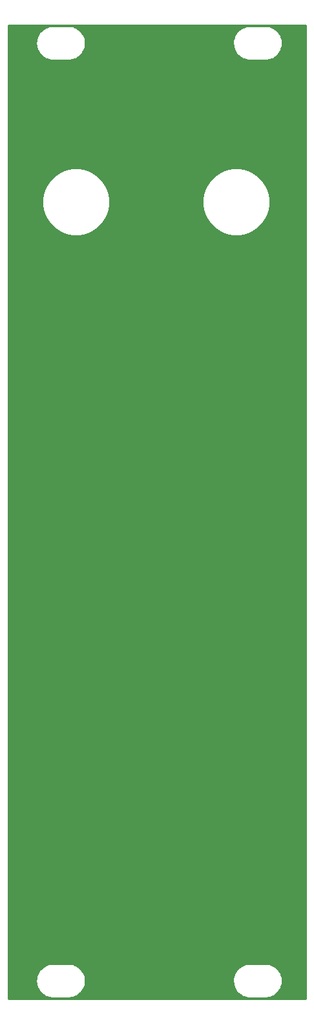
<source format=gbr>
G04 #@! TF.GenerationSoftware,KiCad,Pcbnew,(5.1.5-0)*
G04 #@! TF.CreationDate,2021-01-11T19:05:57-08:00*
G04 #@! TF.ProjectId,sloths,736c6f74-6873-42e6-9b69-6361645f7063,rev?*
G04 #@! TF.SameCoordinates,Original*
G04 #@! TF.FileFunction,Copper,L2,Bot*
G04 #@! TF.FilePolarity,Positive*
%FSLAX46Y46*%
G04 Gerber Fmt 4.6, Leading zero omitted, Abs format (unit mm)*
G04 Created by KiCad (PCBNEW (5.1.5-0)) date 2021-01-11 19:05:57*
%MOMM*%
%LPD*%
G04 APERTURE LIST*
%ADD10C,5.100000*%
%ADD11C,6.100000*%
%ADD12C,0.254000*%
G04 APERTURE END LIST*
D10*
X8250000Y-51000000D03*
X20250000Y-51000000D03*
X32250000Y-51000000D03*
D11*
X8250000Y-39000000D03*
X32250000Y-39000000D03*
X8250000Y-63000000D03*
X20250000Y-63000000D03*
X32250000Y-63000000D03*
X32250000Y-78000000D03*
X20250000Y-78000000D03*
X27500000Y-107750000D03*
X13250000Y-108000000D03*
X8250000Y-78000000D03*
X8250000Y-93000000D03*
X32250000Y-93000000D03*
X20250000Y-93000000D03*
D12*
G36*
X39640001Y-127840000D02*
G01*
X660000Y-127840000D01*
X660000Y-125451353D01*
X4242755Y-125451353D01*
X4243173Y-125511171D01*
X4242755Y-125570988D01*
X4243655Y-125580160D01*
X4276296Y-125890715D01*
X4288320Y-125949291D01*
X4299532Y-126008070D01*
X4302196Y-126016892D01*
X4394535Y-126315192D01*
X4417715Y-126370335D01*
X4440124Y-126425800D01*
X4444451Y-126433937D01*
X4592972Y-126708621D01*
X4626417Y-126758205D01*
X4659177Y-126808268D01*
X4665001Y-126815409D01*
X4864047Y-127056013D01*
X4906482Y-127098154D01*
X4948346Y-127140903D01*
X4955446Y-127146777D01*
X5197435Y-127344138D01*
X5247259Y-127377241D01*
X5296615Y-127411036D01*
X5304721Y-127415419D01*
X5580435Y-127562019D01*
X5635704Y-127584799D01*
X5690724Y-127608381D01*
X5699527Y-127611105D01*
X5998465Y-127701359D01*
X6057138Y-127712976D01*
X6115655Y-127725415D01*
X6124820Y-127726378D01*
X6435594Y-127756850D01*
X6435598Y-127756850D01*
X6467581Y-127760000D01*
X8532419Y-127760000D01*
X8565986Y-127756694D01*
X8586744Y-127756694D01*
X8595909Y-127755731D01*
X8906228Y-127720923D01*
X8964731Y-127708487D01*
X9023419Y-127696867D01*
X9032222Y-127694142D01*
X9329870Y-127599723D01*
X9384792Y-127576183D01*
X9440159Y-127553363D01*
X9448265Y-127548979D01*
X9721904Y-127398544D01*
X9771217Y-127364779D01*
X9821088Y-127331645D01*
X9828188Y-127325770D01*
X10067397Y-127125049D01*
X10109241Y-127082320D01*
X10151694Y-127040162D01*
X10157519Y-127033020D01*
X10353185Y-126789660D01*
X10385938Y-126739608D01*
X10419391Y-126690013D01*
X10423714Y-126681881D01*
X10423717Y-126681877D01*
X10423719Y-126681873D01*
X10568388Y-126405146D01*
X10590785Y-126349711D01*
X10613978Y-126294539D01*
X10616641Y-126285717D01*
X10704807Y-125986156D01*
X10716007Y-125927440D01*
X10728045Y-125868798D01*
X10728944Y-125859627D01*
X10757245Y-125548647D01*
X10756827Y-125488830D01*
X10757088Y-125451353D01*
X30042755Y-125451353D01*
X30043173Y-125511171D01*
X30042755Y-125570988D01*
X30043655Y-125580160D01*
X30076296Y-125890715D01*
X30088320Y-125949291D01*
X30099532Y-126008070D01*
X30102196Y-126016892D01*
X30194535Y-126315192D01*
X30217715Y-126370335D01*
X30240124Y-126425800D01*
X30244451Y-126433937D01*
X30392972Y-126708621D01*
X30426417Y-126758205D01*
X30459177Y-126808268D01*
X30465001Y-126815409D01*
X30664047Y-127056013D01*
X30706482Y-127098154D01*
X30748346Y-127140903D01*
X30755446Y-127146777D01*
X30997435Y-127344138D01*
X31047259Y-127377241D01*
X31096615Y-127411036D01*
X31104721Y-127415419D01*
X31380435Y-127562019D01*
X31435704Y-127584799D01*
X31490724Y-127608381D01*
X31499527Y-127611105D01*
X31798465Y-127701359D01*
X31857138Y-127712976D01*
X31915655Y-127725415D01*
X31924820Y-127726378D01*
X32235594Y-127756850D01*
X32235598Y-127756850D01*
X32267581Y-127760000D01*
X34332419Y-127760000D01*
X34365986Y-127756694D01*
X34386744Y-127756694D01*
X34395909Y-127755731D01*
X34706228Y-127720923D01*
X34764731Y-127708487D01*
X34823419Y-127696867D01*
X34832222Y-127694142D01*
X35129870Y-127599723D01*
X35184792Y-127576183D01*
X35240159Y-127553363D01*
X35248265Y-127548979D01*
X35521904Y-127398544D01*
X35571217Y-127364779D01*
X35621088Y-127331645D01*
X35628188Y-127325770D01*
X35867397Y-127125049D01*
X35909241Y-127082320D01*
X35951694Y-127040162D01*
X35957519Y-127033020D01*
X36153185Y-126789660D01*
X36185938Y-126739608D01*
X36219391Y-126690013D01*
X36223714Y-126681881D01*
X36223717Y-126681877D01*
X36223719Y-126681873D01*
X36368388Y-126405146D01*
X36390785Y-126349711D01*
X36413978Y-126294539D01*
X36416641Y-126285717D01*
X36504807Y-125986156D01*
X36516007Y-125927440D01*
X36528045Y-125868798D01*
X36528944Y-125859627D01*
X36557245Y-125548647D01*
X36556827Y-125488829D01*
X36557245Y-125429012D01*
X36556345Y-125419841D01*
X36523704Y-125109285D01*
X36511680Y-125050709D01*
X36500468Y-124991930D01*
X36497804Y-124983108D01*
X36405465Y-124684808D01*
X36382280Y-124629653D01*
X36359876Y-124574200D01*
X36355549Y-124566064D01*
X36355549Y-124566063D01*
X36355546Y-124566059D01*
X36207028Y-124291379D01*
X36173583Y-124241795D01*
X36140823Y-124191732D01*
X36134999Y-124184591D01*
X35935954Y-123943987D01*
X35893535Y-123901863D01*
X35851655Y-123859097D01*
X35844554Y-123853223D01*
X35602565Y-123655862D01*
X35552741Y-123622759D01*
X35503385Y-123588964D01*
X35495279Y-123584581D01*
X35219566Y-123437981D01*
X35164269Y-123415189D01*
X35109275Y-123391619D01*
X35100472Y-123388895D01*
X34801535Y-123298641D01*
X34742862Y-123287024D01*
X34684345Y-123274585D01*
X34675180Y-123273622D01*
X34364405Y-123243150D01*
X34364402Y-123243150D01*
X34332419Y-123240000D01*
X32267581Y-123240000D01*
X32234014Y-123243306D01*
X32213256Y-123243306D01*
X32204091Y-123244269D01*
X31893771Y-123279077D01*
X31835298Y-123291506D01*
X31776581Y-123303132D01*
X31767778Y-123305858D01*
X31470130Y-123400277D01*
X31415147Y-123423843D01*
X31359841Y-123446638D01*
X31351735Y-123451021D01*
X31078095Y-123601456D01*
X31028748Y-123635245D01*
X30978913Y-123668355D01*
X30971812Y-123674229D01*
X30732603Y-123874951D01*
X30690759Y-123917681D01*
X30648305Y-123959839D01*
X30642481Y-123966980D01*
X30446814Y-124210340D01*
X30414055Y-124260400D01*
X30380609Y-124309986D01*
X30376283Y-124318123D01*
X30231612Y-124594854D01*
X30209215Y-124650289D01*
X30186022Y-124705461D01*
X30183359Y-124714283D01*
X30095193Y-125013844D01*
X30083993Y-125072560D01*
X30071955Y-125131202D01*
X30071056Y-125140373D01*
X30042755Y-125451353D01*
X10757088Y-125451353D01*
X10757245Y-125429012D01*
X10756345Y-125419841D01*
X10723704Y-125109285D01*
X10711680Y-125050709D01*
X10700468Y-124991930D01*
X10697804Y-124983108D01*
X10605465Y-124684808D01*
X10582280Y-124629653D01*
X10559876Y-124574200D01*
X10555549Y-124566064D01*
X10555549Y-124566063D01*
X10555546Y-124566059D01*
X10407028Y-124291379D01*
X10373583Y-124241795D01*
X10340823Y-124191732D01*
X10334999Y-124184591D01*
X10135954Y-123943987D01*
X10093535Y-123901863D01*
X10051655Y-123859097D01*
X10044554Y-123853223D01*
X9802565Y-123655862D01*
X9752741Y-123622759D01*
X9703385Y-123588964D01*
X9695279Y-123584581D01*
X9419566Y-123437981D01*
X9364269Y-123415189D01*
X9309275Y-123391619D01*
X9300472Y-123388895D01*
X9001535Y-123298641D01*
X8942862Y-123287024D01*
X8884345Y-123274585D01*
X8875180Y-123273622D01*
X8564405Y-123243150D01*
X8564402Y-123243150D01*
X8532419Y-123240000D01*
X6467581Y-123240000D01*
X6434014Y-123243306D01*
X6413256Y-123243306D01*
X6404091Y-123244269D01*
X6093771Y-123279077D01*
X6035298Y-123291506D01*
X5976581Y-123303132D01*
X5967778Y-123305858D01*
X5670130Y-123400277D01*
X5615147Y-123423843D01*
X5559841Y-123446638D01*
X5551735Y-123451021D01*
X5278095Y-123601456D01*
X5228748Y-123635245D01*
X5178913Y-123668355D01*
X5171812Y-123674229D01*
X4932603Y-123874951D01*
X4890759Y-123917681D01*
X4848305Y-123959839D01*
X4842481Y-123966980D01*
X4646814Y-124210340D01*
X4614055Y-124260400D01*
X4580609Y-124309986D01*
X4576283Y-124318123D01*
X4431612Y-124594854D01*
X4409215Y-124650289D01*
X4386022Y-124705461D01*
X4383359Y-124714283D01*
X4295193Y-125013844D01*
X4283993Y-125072560D01*
X4271955Y-125131202D01*
X4271056Y-125140373D01*
X4242755Y-125451353D01*
X660000Y-125451353D01*
X660000Y-23315784D01*
X5091332Y-23315784D01*
X5091332Y-24184216D01*
X5260754Y-25035961D01*
X5593089Y-25838288D01*
X6075564Y-26560362D01*
X6689638Y-27174436D01*
X7411712Y-27656911D01*
X8214039Y-27989246D01*
X9065784Y-28158668D01*
X9934216Y-28158668D01*
X10785961Y-27989246D01*
X11588288Y-27656911D01*
X12310362Y-27174436D01*
X12924436Y-26560362D01*
X13406911Y-25838288D01*
X13739246Y-25035961D01*
X13908668Y-24184216D01*
X13908668Y-23315784D01*
X26091332Y-23315784D01*
X26091332Y-24184216D01*
X26260754Y-25035961D01*
X26593089Y-25838288D01*
X27075564Y-26560362D01*
X27689638Y-27174436D01*
X28411712Y-27656911D01*
X29214039Y-27989246D01*
X30065784Y-28158668D01*
X30934216Y-28158668D01*
X31785961Y-27989246D01*
X32588288Y-27656911D01*
X33310362Y-27174436D01*
X33924436Y-26560362D01*
X34406911Y-25838288D01*
X34739246Y-25035961D01*
X34908668Y-24184216D01*
X34908668Y-23315784D01*
X34739246Y-22464039D01*
X34406911Y-21661712D01*
X33924436Y-20939638D01*
X33310362Y-20325564D01*
X32588288Y-19843089D01*
X31785961Y-19510754D01*
X30934216Y-19341332D01*
X30065784Y-19341332D01*
X29214039Y-19510754D01*
X28411712Y-19843089D01*
X27689638Y-20325564D01*
X27075564Y-20939638D01*
X26593089Y-21661712D01*
X26260754Y-22464039D01*
X26091332Y-23315784D01*
X13908668Y-23315784D01*
X13739246Y-22464039D01*
X13406911Y-21661712D01*
X12924436Y-20939638D01*
X12310362Y-20325564D01*
X11588288Y-19843089D01*
X10785961Y-19510754D01*
X9934216Y-19341332D01*
X9065784Y-19341332D01*
X8214039Y-19510754D01*
X7411712Y-19843089D01*
X6689638Y-20325564D01*
X6075564Y-20939638D01*
X5593089Y-21661712D01*
X5260754Y-22464039D01*
X5091332Y-23315784D01*
X660000Y-23315784D01*
X660000Y-2951353D01*
X4242755Y-2951353D01*
X4243173Y-3011171D01*
X4242755Y-3070988D01*
X4243655Y-3080160D01*
X4276296Y-3390715D01*
X4288320Y-3449291D01*
X4299532Y-3508070D01*
X4302196Y-3516892D01*
X4394535Y-3815192D01*
X4417715Y-3870335D01*
X4440124Y-3925800D01*
X4444451Y-3933937D01*
X4592972Y-4208621D01*
X4626417Y-4258205D01*
X4659177Y-4308268D01*
X4665001Y-4315409D01*
X4864047Y-4556013D01*
X4906482Y-4598154D01*
X4948346Y-4640903D01*
X4955446Y-4646777D01*
X5197435Y-4844138D01*
X5247259Y-4877241D01*
X5296615Y-4911036D01*
X5304721Y-4915419D01*
X5580435Y-5062019D01*
X5635704Y-5084799D01*
X5690724Y-5108381D01*
X5699527Y-5111105D01*
X5998465Y-5201359D01*
X6057138Y-5212976D01*
X6115655Y-5225415D01*
X6124820Y-5226378D01*
X6435594Y-5256850D01*
X6435598Y-5256850D01*
X6467581Y-5260000D01*
X8532419Y-5260000D01*
X8565986Y-5256694D01*
X8586744Y-5256694D01*
X8595909Y-5255731D01*
X8906228Y-5220923D01*
X8964731Y-5208487D01*
X9023419Y-5196867D01*
X9032222Y-5194142D01*
X9329870Y-5099723D01*
X9384792Y-5076183D01*
X9440159Y-5053363D01*
X9448265Y-5048979D01*
X9721904Y-4898544D01*
X9771217Y-4864779D01*
X9821088Y-4831645D01*
X9828188Y-4825770D01*
X10067397Y-4625049D01*
X10109241Y-4582320D01*
X10151694Y-4540162D01*
X10157519Y-4533020D01*
X10353185Y-4289660D01*
X10385938Y-4239608D01*
X10419391Y-4190013D01*
X10423714Y-4181881D01*
X10423717Y-4181877D01*
X10423719Y-4181873D01*
X10568388Y-3905146D01*
X10590785Y-3849711D01*
X10613978Y-3794539D01*
X10616641Y-3785717D01*
X10704807Y-3486156D01*
X10716007Y-3427440D01*
X10728045Y-3368798D01*
X10728944Y-3359627D01*
X10757245Y-3048647D01*
X10756827Y-2988830D01*
X10757088Y-2951353D01*
X30042755Y-2951353D01*
X30043173Y-3011171D01*
X30042755Y-3070988D01*
X30043655Y-3080160D01*
X30076296Y-3390715D01*
X30088320Y-3449291D01*
X30099532Y-3508070D01*
X30102196Y-3516892D01*
X30194535Y-3815192D01*
X30217715Y-3870335D01*
X30240124Y-3925800D01*
X30244451Y-3933937D01*
X30392972Y-4208621D01*
X30426417Y-4258205D01*
X30459177Y-4308268D01*
X30465001Y-4315409D01*
X30664047Y-4556013D01*
X30706482Y-4598154D01*
X30748346Y-4640903D01*
X30755446Y-4646777D01*
X30997435Y-4844138D01*
X31047259Y-4877241D01*
X31096615Y-4911036D01*
X31104721Y-4915419D01*
X31380435Y-5062019D01*
X31435704Y-5084799D01*
X31490724Y-5108381D01*
X31499527Y-5111105D01*
X31798465Y-5201359D01*
X31857138Y-5212976D01*
X31915655Y-5225415D01*
X31924820Y-5226378D01*
X32235594Y-5256850D01*
X32235598Y-5256850D01*
X32267581Y-5260000D01*
X34332419Y-5260000D01*
X34365986Y-5256694D01*
X34386744Y-5256694D01*
X34395909Y-5255731D01*
X34706228Y-5220923D01*
X34764731Y-5208487D01*
X34823419Y-5196867D01*
X34832222Y-5194142D01*
X35129870Y-5099723D01*
X35184792Y-5076183D01*
X35240159Y-5053363D01*
X35248265Y-5048979D01*
X35521904Y-4898544D01*
X35571217Y-4864779D01*
X35621088Y-4831645D01*
X35628188Y-4825770D01*
X35867397Y-4625049D01*
X35909241Y-4582320D01*
X35951694Y-4540162D01*
X35957519Y-4533020D01*
X36153185Y-4289660D01*
X36185938Y-4239608D01*
X36219391Y-4190013D01*
X36223714Y-4181881D01*
X36223717Y-4181877D01*
X36223719Y-4181873D01*
X36368388Y-3905146D01*
X36390785Y-3849711D01*
X36413978Y-3794539D01*
X36416641Y-3785717D01*
X36504807Y-3486156D01*
X36516007Y-3427440D01*
X36528045Y-3368798D01*
X36528944Y-3359627D01*
X36557245Y-3048647D01*
X36556827Y-2988829D01*
X36557245Y-2929012D01*
X36556345Y-2919841D01*
X36523704Y-2609285D01*
X36511680Y-2550709D01*
X36500468Y-2491930D01*
X36497804Y-2483108D01*
X36405465Y-2184808D01*
X36382280Y-2129653D01*
X36359876Y-2074200D01*
X36355549Y-2066064D01*
X36355549Y-2066063D01*
X36355546Y-2066059D01*
X36207028Y-1791379D01*
X36173583Y-1741795D01*
X36140823Y-1691732D01*
X36134999Y-1684591D01*
X35935954Y-1443987D01*
X35893535Y-1401863D01*
X35851655Y-1359097D01*
X35844554Y-1353223D01*
X35602565Y-1155862D01*
X35552741Y-1122759D01*
X35503385Y-1088964D01*
X35495279Y-1084581D01*
X35219566Y-937981D01*
X35164269Y-915189D01*
X35109275Y-891619D01*
X35100472Y-888895D01*
X34801535Y-798641D01*
X34742862Y-787024D01*
X34684345Y-774585D01*
X34675180Y-773622D01*
X34364405Y-743150D01*
X34364402Y-743150D01*
X34332419Y-740000D01*
X32267581Y-740000D01*
X32234014Y-743306D01*
X32213256Y-743306D01*
X32204091Y-744269D01*
X31893771Y-779077D01*
X31835298Y-791506D01*
X31776581Y-803132D01*
X31767778Y-805858D01*
X31470130Y-900277D01*
X31415147Y-923843D01*
X31359841Y-946638D01*
X31351735Y-951021D01*
X31078095Y-1101456D01*
X31028748Y-1135245D01*
X30978913Y-1168355D01*
X30971812Y-1174229D01*
X30732603Y-1374951D01*
X30690759Y-1417681D01*
X30648305Y-1459839D01*
X30642481Y-1466980D01*
X30446814Y-1710340D01*
X30414055Y-1760400D01*
X30380609Y-1809986D01*
X30376283Y-1818123D01*
X30231612Y-2094854D01*
X30209215Y-2150289D01*
X30186022Y-2205461D01*
X30183359Y-2214283D01*
X30095193Y-2513844D01*
X30083993Y-2572560D01*
X30071955Y-2631202D01*
X30071056Y-2640373D01*
X30042755Y-2951353D01*
X10757088Y-2951353D01*
X10757245Y-2929012D01*
X10756345Y-2919841D01*
X10723704Y-2609285D01*
X10711680Y-2550709D01*
X10700468Y-2491930D01*
X10697804Y-2483108D01*
X10605465Y-2184808D01*
X10582280Y-2129653D01*
X10559876Y-2074200D01*
X10555549Y-2066064D01*
X10555549Y-2066063D01*
X10555546Y-2066059D01*
X10407028Y-1791379D01*
X10373583Y-1741795D01*
X10340823Y-1691732D01*
X10334999Y-1684591D01*
X10135954Y-1443987D01*
X10093535Y-1401863D01*
X10051655Y-1359097D01*
X10044554Y-1353223D01*
X9802565Y-1155862D01*
X9752741Y-1122759D01*
X9703385Y-1088964D01*
X9695279Y-1084581D01*
X9419566Y-937981D01*
X9364269Y-915189D01*
X9309275Y-891619D01*
X9300472Y-888895D01*
X9001535Y-798641D01*
X8942862Y-787024D01*
X8884345Y-774585D01*
X8875180Y-773622D01*
X8564405Y-743150D01*
X8564402Y-743150D01*
X8532419Y-740000D01*
X6467581Y-740000D01*
X6434014Y-743306D01*
X6413256Y-743306D01*
X6404091Y-744269D01*
X6093771Y-779077D01*
X6035298Y-791506D01*
X5976581Y-803132D01*
X5967778Y-805858D01*
X5670130Y-900277D01*
X5615147Y-923843D01*
X5559841Y-946638D01*
X5551735Y-951021D01*
X5278095Y-1101456D01*
X5228748Y-1135245D01*
X5178913Y-1168355D01*
X5171812Y-1174229D01*
X4932603Y-1374951D01*
X4890759Y-1417681D01*
X4848305Y-1459839D01*
X4842481Y-1466980D01*
X4646814Y-1710340D01*
X4614055Y-1760400D01*
X4580609Y-1809986D01*
X4576283Y-1818123D01*
X4431612Y-2094854D01*
X4409215Y-2150289D01*
X4386022Y-2205461D01*
X4383359Y-2214283D01*
X4295193Y-2513844D01*
X4283993Y-2572560D01*
X4271955Y-2631202D01*
X4271056Y-2640373D01*
X4242755Y-2951353D01*
X660000Y-2951353D01*
X660000Y-660000D01*
X39640000Y-660000D01*
X39640001Y-127840000D01*
G37*
X39640001Y-127840000D02*
X660000Y-127840000D01*
X660000Y-125451353D01*
X4242755Y-125451353D01*
X4243173Y-125511171D01*
X4242755Y-125570988D01*
X4243655Y-125580160D01*
X4276296Y-125890715D01*
X4288320Y-125949291D01*
X4299532Y-126008070D01*
X4302196Y-126016892D01*
X4394535Y-126315192D01*
X4417715Y-126370335D01*
X4440124Y-126425800D01*
X4444451Y-126433937D01*
X4592972Y-126708621D01*
X4626417Y-126758205D01*
X4659177Y-126808268D01*
X4665001Y-126815409D01*
X4864047Y-127056013D01*
X4906482Y-127098154D01*
X4948346Y-127140903D01*
X4955446Y-127146777D01*
X5197435Y-127344138D01*
X5247259Y-127377241D01*
X5296615Y-127411036D01*
X5304721Y-127415419D01*
X5580435Y-127562019D01*
X5635704Y-127584799D01*
X5690724Y-127608381D01*
X5699527Y-127611105D01*
X5998465Y-127701359D01*
X6057138Y-127712976D01*
X6115655Y-127725415D01*
X6124820Y-127726378D01*
X6435594Y-127756850D01*
X6435598Y-127756850D01*
X6467581Y-127760000D01*
X8532419Y-127760000D01*
X8565986Y-127756694D01*
X8586744Y-127756694D01*
X8595909Y-127755731D01*
X8906228Y-127720923D01*
X8964731Y-127708487D01*
X9023419Y-127696867D01*
X9032222Y-127694142D01*
X9329870Y-127599723D01*
X9384792Y-127576183D01*
X9440159Y-127553363D01*
X9448265Y-127548979D01*
X9721904Y-127398544D01*
X9771217Y-127364779D01*
X9821088Y-127331645D01*
X9828188Y-127325770D01*
X10067397Y-127125049D01*
X10109241Y-127082320D01*
X10151694Y-127040162D01*
X10157519Y-127033020D01*
X10353185Y-126789660D01*
X10385938Y-126739608D01*
X10419391Y-126690013D01*
X10423714Y-126681881D01*
X10423717Y-126681877D01*
X10423719Y-126681873D01*
X10568388Y-126405146D01*
X10590785Y-126349711D01*
X10613978Y-126294539D01*
X10616641Y-126285717D01*
X10704807Y-125986156D01*
X10716007Y-125927440D01*
X10728045Y-125868798D01*
X10728944Y-125859627D01*
X10757245Y-125548647D01*
X10756827Y-125488830D01*
X10757088Y-125451353D01*
X30042755Y-125451353D01*
X30043173Y-125511171D01*
X30042755Y-125570988D01*
X30043655Y-125580160D01*
X30076296Y-125890715D01*
X30088320Y-125949291D01*
X30099532Y-126008070D01*
X30102196Y-126016892D01*
X30194535Y-126315192D01*
X30217715Y-126370335D01*
X30240124Y-126425800D01*
X30244451Y-126433937D01*
X30392972Y-126708621D01*
X30426417Y-126758205D01*
X30459177Y-126808268D01*
X30465001Y-126815409D01*
X30664047Y-127056013D01*
X30706482Y-127098154D01*
X30748346Y-127140903D01*
X30755446Y-127146777D01*
X30997435Y-127344138D01*
X31047259Y-127377241D01*
X31096615Y-127411036D01*
X31104721Y-127415419D01*
X31380435Y-127562019D01*
X31435704Y-127584799D01*
X31490724Y-127608381D01*
X31499527Y-127611105D01*
X31798465Y-127701359D01*
X31857138Y-127712976D01*
X31915655Y-127725415D01*
X31924820Y-127726378D01*
X32235594Y-127756850D01*
X32235598Y-127756850D01*
X32267581Y-127760000D01*
X34332419Y-127760000D01*
X34365986Y-127756694D01*
X34386744Y-127756694D01*
X34395909Y-127755731D01*
X34706228Y-127720923D01*
X34764731Y-127708487D01*
X34823419Y-127696867D01*
X34832222Y-127694142D01*
X35129870Y-127599723D01*
X35184792Y-127576183D01*
X35240159Y-127553363D01*
X35248265Y-127548979D01*
X35521904Y-127398544D01*
X35571217Y-127364779D01*
X35621088Y-127331645D01*
X35628188Y-127325770D01*
X35867397Y-127125049D01*
X35909241Y-127082320D01*
X35951694Y-127040162D01*
X35957519Y-127033020D01*
X36153185Y-126789660D01*
X36185938Y-126739608D01*
X36219391Y-126690013D01*
X36223714Y-126681881D01*
X36223717Y-126681877D01*
X36223719Y-126681873D01*
X36368388Y-126405146D01*
X36390785Y-126349711D01*
X36413978Y-126294539D01*
X36416641Y-126285717D01*
X36504807Y-125986156D01*
X36516007Y-125927440D01*
X36528045Y-125868798D01*
X36528944Y-125859627D01*
X36557245Y-125548647D01*
X36556827Y-125488829D01*
X36557245Y-125429012D01*
X36556345Y-125419841D01*
X36523704Y-125109285D01*
X36511680Y-125050709D01*
X36500468Y-124991930D01*
X36497804Y-124983108D01*
X36405465Y-124684808D01*
X36382280Y-124629653D01*
X36359876Y-124574200D01*
X36355549Y-124566064D01*
X36355549Y-124566063D01*
X36355546Y-124566059D01*
X36207028Y-124291379D01*
X36173583Y-124241795D01*
X36140823Y-124191732D01*
X36134999Y-124184591D01*
X35935954Y-123943987D01*
X35893535Y-123901863D01*
X35851655Y-123859097D01*
X35844554Y-123853223D01*
X35602565Y-123655862D01*
X35552741Y-123622759D01*
X35503385Y-123588964D01*
X35495279Y-123584581D01*
X35219566Y-123437981D01*
X35164269Y-123415189D01*
X35109275Y-123391619D01*
X35100472Y-123388895D01*
X34801535Y-123298641D01*
X34742862Y-123287024D01*
X34684345Y-123274585D01*
X34675180Y-123273622D01*
X34364405Y-123243150D01*
X34364402Y-123243150D01*
X34332419Y-123240000D01*
X32267581Y-123240000D01*
X32234014Y-123243306D01*
X32213256Y-123243306D01*
X32204091Y-123244269D01*
X31893771Y-123279077D01*
X31835298Y-123291506D01*
X31776581Y-123303132D01*
X31767778Y-123305858D01*
X31470130Y-123400277D01*
X31415147Y-123423843D01*
X31359841Y-123446638D01*
X31351735Y-123451021D01*
X31078095Y-123601456D01*
X31028748Y-123635245D01*
X30978913Y-123668355D01*
X30971812Y-123674229D01*
X30732603Y-123874951D01*
X30690759Y-123917681D01*
X30648305Y-123959839D01*
X30642481Y-123966980D01*
X30446814Y-124210340D01*
X30414055Y-124260400D01*
X30380609Y-124309986D01*
X30376283Y-124318123D01*
X30231612Y-124594854D01*
X30209215Y-124650289D01*
X30186022Y-124705461D01*
X30183359Y-124714283D01*
X30095193Y-125013844D01*
X30083993Y-125072560D01*
X30071955Y-125131202D01*
X30071056Y-125140373D01*
X30042755Y-125451353D01*
X10757088Y-125451353D01*
X10757245Y-125429012D01*
X10756345Y-125419841D01*
X10723704Y-125109285D01*
X10711680Y-125050709D01*
X10700468Y-124991930D01*
X10697804Y-124983108D01*
X10605465Y-124684808D01*
X10582280Y-124629653D01*
X10559876Y-124574200D01*
X10555549Y-124566064D01*
X10555549Y-124566063D01*
X10555546Y-124566059D01*
X10407028Y-124291379D01*
X10373583Y-124241795D01*
X10340823Y-124191732D01*
X10334999Y-124184591D01*
X10135954Y-123943987D01*
X10093535Y-123901863D01*
X10051655Y-123859097D01*
X10044554Y-123853223D01*
X9802565Y-123655862D01*
X9752741Y-123622759D01*
X9703385Y-123588964D01*
X9695279Y-123584581D01*
X9419566Y-123437981D01*
X9364269Y-123415189D01*
X9309275Y-123391619D01*
X9300472Y-123388895D01*
X9001535Y-123298641D01*
X8942862Y-123287024D01*
X8884345Y-123274585D01*
X8875180Y-123273622D01*
X8564405Y-123243150D01*
X8564402Y-123243150D01*
X8532419Y-123240000D01*
X6467581Y-123240000D01*
X6434014Y-123243306D01*
X6413256Y-123243306D01*
X6404091Y-123244269D01*
X6093771Y-123279077D01*
X6035298Y-123291506D01*
X5976581Y-123303132D01*
X5967778Y-123305858D01*
X5670130Y-123400277D01*
X5615147Y-123423843D01*
X5559841Y-123446638D01*
X5551735Y-123451021D01*
X5278095Y-123601456D01*
X5228748Y-123635245D01*
X5178913Y-123668355D01*
X5171812Y-123674229D01*
X4932603Y-123874951D01*
X4890759Y-123917681D01*
X4848305Y-123959839D01*
X4842481Y-123966980D01*
X4646814Y-124210340D01*
X4614055Y-124260400D01*
X4580609Y-124309986D01*
X4576283Y-124318123D01*
X4431612Y-124594854D01*
X4409215Y-124650289D01*
X4386022Y-124705461D01*
X4383359Y-124714283D01*
X4295193Y-125013844D01*
X4283993Y-125072560D01*
X4271955Y-125131202D01*
X4271056Y-125140373D01*
X4242755Y-125451353D01*
X660000Y-125451353D01*
X660000Y-23315784D01*
X5091332Y-23315784D01*
X5091332Y-24184216D01*
X5260754Y-25035961D01*
X5593089Y-25838288D01*
X6075564Y-26560362D01*
X6689638Y-27174436D01*
X7411712Y-27656911D01*
X8214039Y-27989246D01*
X9065784Y-28158668D01*
X9934216Y-28158668D01*
X10785961Y-27989246D01*
X11588288Y-27656911D01*
X12310362Y-27174436D01*
X12924436Y-26560362D01*
X13406911Y-25838288D01*
X13739246Y-25035961D01*
X13908668Y-24184216D01*
X13908668Y-23315784D01*
X26091332Y-23315784D01*
X26091332Y-24184216D01*
X26260754Y-25035961D01*
X26593089Y-25838288D01*
X27075564Y-26560362D01*
X27689638Y-27174436D01*
X28411712Y-27656911D01*
X29214039Y-27989246D01*
X30065784Y-28158668D01*
X30934216Y-28158668D01*
X31785961Y-27989246D01*
X32588288Y-27656911D01*
X33310362Y-27174436D01*
X33924436Y-26560362D01*
X34406911Y-25838288D01*
X34739246Y-25035961D01*
X34908668Y-24184216D01*
X34908668Y-23315784D01*
X34739246Y-22464039D01*
X34406911Y-21661712D01*
X33924436Y-20939638D01*
X33310362Y-20325564D01*
X32588288Y-19843089D01*
X31785961Y-19510754D01*
X30934216Y-19341332D01*
X30065784Y-19341332D01*
X29214039Y-19510754D01*
X28411712Y-19843089D01*
X27689638Y-20325564D01*
X27075564Y-20939638D01*
X26593089Y-21661712D01*
X26260754Y-22464039D01*
X26091332Y-23315784D01*
X13908668Y-23315784D01*
X13739246Y-22464039D01*
X13406911Y-21661712D01*
X12924436Y-20939638D01*
X12310362Y-20325564D01*
X11588288Y-19843089D01*
X10785961Y-19510754D01*
X9934216Y-19341332D01*
X9065784Y-19341332D01*
X8214039Y-19510754D01*
X7411712Y-19843089D01*
X6689638Y-20325564D01*
X6075564Y-20939638D01*
X5593089Y-21661712D01*
X5260754Y-22464039D01*
X5091332Y-23315784D01*
X660000Y-23315784D01*
X660000Y-2951353D01*
X4242755Y-2951353D01*
X4243173Y-3011171D01*
X4242755Y-3070988D01*
X4243655Y-3080160D01*
X4276296Y-3390715D01*
X4288320Y-3449291D01*
X4299532Y-3508070D01*
X4302196Y-3516892D01*
X4394535Y-3815192D01*
X4417715Y-3870335D01*
X4440124Y-3925800D01*
X4444451Y-3933937D01*
X4592972Y-4208621D01*
X4626417Y-4258205D01*
X4659177Y-4308268D01*
X4665001Y-4315409D01*
X4864047Y-4556013D01*
X4906482Y-4598154D01*
X4948346Y-4640903D01*
X4955446Y-4646777D01*
X5197435Y-4844138D01*
X5247259Y-4877241D01*
X5296615Y-4911036D01*
X5304721Y-4915419D01*
X5580435Y-5062019D01*
X5635704Y-5084799D01*
X5690724Y-5108381D01*
X5699527Y-5111105D01*
X5998465Y-5201359D01*
X6057138Y-5212976D01*
X6115655Y-5225415D01*
X6124820Y-5226378D01*
X6435594Y-5256850D01*
X6435598Y-5256850D01*
X6467581Y-5260000D01*
X8532419Y-5260000D01*
X8565986Y-5256694D01*
X8586744Y-5256694D01*
X8595909Y-5255731D01*
X8906228Y-5220923D01*
X8964731Y-5208487D01*
X9023419Y-5196867D01*
X9032222Y-5194142D01*
X9329870Y-5099723D01*
X9384792Y-5076183D01*
X9440159Y-5053363D01*
X9448265Y-5048979D01*
X9721904Y-4898544D01*
X9771217Y-4864779D01*
X9821088Y-4831645D01*
X9828188Y-4825770D01*
X10067397Y-4625049D01*
X10109241Y-4582320D01*
X10151694Y-4540162D01*
X10157519Y-4533020D01*
X10353185Y-4289660D01*
X10385938Y-4239608D01*
X10419391Y-4190013D01*
X10423714Y-4181881D01*
X10423717Y-4181877D01*
X10423719Y-4181873D01*
X10568388Y-3905146D01*
X10590785Y-3849711D01*
X10613978Y-3794539D01*
X10616641Y-3785717D01*
X10704807Y-3486156D01*
X10716007Y-3427440D01*
X10728045Y-3368798D01*
X10728944Y-3359627D01*
X10757245Y-3048647D01*
X10756827Y-2988830D01*
X10757088Y-2951353D01*
X30042755Y-2951353D01*
X30043173Y-3011171D01*
X30042755Y-3070988D01*
X30043655Y-3080160D01*
X30076296Y-3390715D01*
X30088320Y-3449291D01*
X30099532Y-3508070D01*
X30102196Y-3516892D01*
X30194535Y-3815192D01*
X30217715Y-3870335D01*
X30240124Y-3925800D01*
X30244451Y-3933937D01*
X30392972Y-4208621D01*
X30426417Y-4258205D01*
X30459177Y-4308268D01*
X30465001Y-4315409D01*
X30664047Y-4556013D01*
X30706482Y-4598154D01*
X30748346Y-4640903D01*
X30755446Y-4646777D01*
X30997435Y-4844138D01*
X31047259Y-4877241D01*
X31096615Y-4911036D01*
X31104721Y-4915419D01*
X31380435Y-5062019D01*
X31435704Y-5084799D01*
X31490724Y-5108381D01*
X31499527Y-5111105D01*
X31798465Y-5201359D01*
X31857138Y-5212976D01*
X31915655Y-5225415D01*
X31924820Y-5226378D01*
X32235594Y-5256850D01*
X32235598Y-5256850D01*
X32267581Y-5260000D01*
X34332419Y-5260000D01*
X34365986Y-5256694D01*
X34386744Y-5256694D01*
X34395909Y-5255731D01*
X34706228Y-5220923D01*
X34764731Y-5208487D01*
X34823419Y-5196867D01*
X34832222Y-5194142D01*
X35129870Y-5099723D01*
X35184792Y-5076183D01*
X35240159Y-5053363D01*
X35248265Y-5048979D01*
X35521904Y-4898544D01*
X35571217Y-4864779D01*
X35621088Y-4831645D01*
X35628188Y-4825770D01*
X35867397Y-4625049D01*
X35909241Y-4582320D01*
X35951694Y-4540162D01*
X35957519Y-4533020D01*
X36153185Y-4289660D01*
X36185938Y-4239608D01*
X36219391Y-4190013D01*
X36223714Y-4181881D01*
X36223717Y-4181877D01*
X36223719Y-4181873D01*
X36368388Y-3905146D01*
X36390785Y-3849711D01*
X36413978Y-3794539D01*
X36416641Y-3785717D01*
X36504807Y-3486156D01*
X36516007Y-3427440D01*
X36528045Y-3368798D01*
X36528944Y-3359627D01*
X36557245Y-3048647D01*
X36556827Y-2988829D01*
X36557245Y-2929012D01*
X36556345Y-2919841D01*
X36523704Y-2609285D01*
X36511680Y-2550709D01*
X36500468Y-2491930D01*
X36497804Y-2483108D01*
X36405465Y-2184808D01*
X36382280Y-2129653D01*
X36359876Y-2074200D01*
X36355549Y-2066064D01*
X36355549Y-2066063D01*
X36355546Y-2066059D01*
X36207028Y-1791379D01*
X36173583Y-1741795D01*
X36140823Y-1691732D01*
X36134999Y-1684591D01*
X35935954Y-1443987D01*
X35893535Y-1401863D01*
X35851655Y-1359097D01*
X35844554Y-1353223D01*
X35602565Y-1155862D01*
X35552741Y-1122759D01*
X35503385Y-1088964D01*
X35495279Y-1084581D01*
X35219566Y-937981D01*
X35164269Y-915189D01*
X35109275Y-891619D01*
X35100472Y-888895D01*
X34801535Y-798641D01*
X34742862Y-787024D01*
X34684345Y-774585D01*
X34675180Y-773622D01*
X34364405Y-743150D01*
X34364402Y-743150D01*
X34332419Y-740000D01*
X32267581Y-740000D01*
X32234014Y-743306D01*
X32213256Y-743306D01*
X32204091Y-744269D01*
X31893771Y-779077D01*
X31835298Y-791506D01*
X31776581Y-803132D01*
X31767778Y-805858D01*
X31470130Y-900277D01*
X31415147Y-923843D01*
X31359841Y-946638D01*
X31351735Y-951021D01*
X31078095Y-1101456D01*
X31028748Y-1135245D01*
X30978913Y-1168355D01*
X30971812Y-1174229D01*
X30732603Y-1374951D01*
X30690759Y-1417681D01*
X30648305Y-1459839D01*
X30642481Y-1466980D01*
X30446814Y-1710340D01*
X30414055Y-1760400D01*
X30380609Y-1809986D01*
X30376283Y-1818123D01*
X30231612Y-2094854D01*
X30209215Y-2150289D01*
X30186022Y-2205461D01*
X30183359Y-2214283D01*
X30095193Y-2513844D01*
X30083993Y-2572560D01*
X30071955Y-2631202D01*
X30071056Y-2640373D01*
X30042755Y-2951353D01*
X10757088Y-2951353D01*
X10757245Y-2929012D01*
X10756345Y-2919841D01*
X10723704Y-2609285D01*
X10711680Y-2550709D01*
X10700468Y-2491930D01*
X10697804Y-2483108D01*
X10605465Y-2184808D01*
X10582280Y-2129653D01*
X10559876Y-2074200D01*
X10555549Y-2066064D01*
X10555549Y-2066063D01*
X10555546Y-2066059D01*
X10407028Y-1791379D01*
X10373583Y-1741795D01*
X10340823Y-1691732D01*
X10334999Y-1684591D01*
X10135954Y-1443987D01*
X10093535Y-1401863D01*
X10051655Y-1359097D01*
X10044554Y-1353223D01*
X9802565Y-1155862D01*
X9752741Y-1122759D01*
X9703385Y-1088964D01*
X9695279Y-1084581D01*
X9419566Y-937981D01*
X9364269Y-915189D01*
X9309275Y-891619D01*
X9300472Y-888895D01*
X9001535Y-798641D01*
X8942862Y-787024D01*
X8884345Y-774585D01*
X8875180Y-773622D01*
X8564405Y-743150D01*
X8564402Y-743150D01*
X8532419Y-740000D01*
X6467581Y-740000D01*
X6434014Y-743306D01*
X6413256Y-743306D01*
X6404091Y-744269D01*
X6093771Y-779077D01*
X6035298Y-791506D01*
X5976581Y-803132D01*
X5967778Y-805858D01*
X5670130Y-900277D01*
X5615147Y-923843D01*
X5559841Y-946638D01*
X5551735Y-951021D01*
X5278095Y-1101456D01*
X5228748Y-1135245D01*
X5178913Y-1168355D01*
X5171812Y-1174229D01*
X4932603Y-1374951D01*
X4890759Y-1417681D01*
X4848305Y-1459839D01*
X4842481Y-1466980D01*
X4646814Y-1710340D01*
X4614055Y-1760400D01*
X4580609Y-1809986D01*
X4576283Y-1818123D01*
X4431612Y-2094854D01*
X4409215Y-2150289D01*
X4386022Y-2205461D01*
X4383359Y-2214283D01*
X4295193Y-2513844D01*
X4283993Y-2572560D01*
X4271955Y-2631202D01*
X4271056Y-2640373D01*
X4242755Y-2951353D01*
X660000Y-2951353D01*
X660000Y-660000D01*
X39640000Y-660000D01*
X39640001Y-127840000D01*
M02*

</source>
